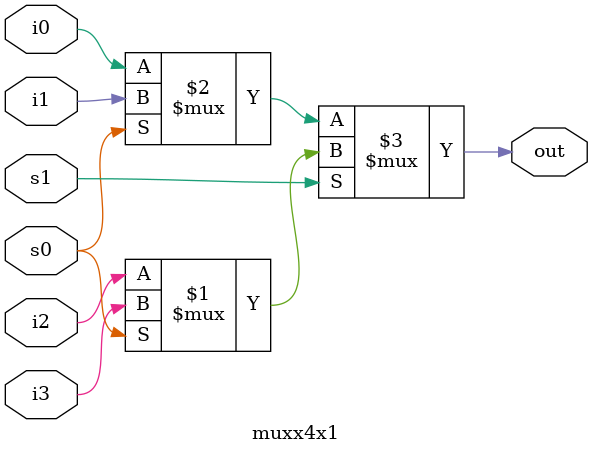
<source format=v>
`timescale 1ns / 1ps
module mux9x1using4x1mux(input i0,i1,i2,i3,i4,i5,i6,i7,i8,input s3,s2,s1,s0,output wire out);
wire t1,t2,t3;
muxx4x1 w5(i0,i1,i2,i3,s1,s0,t1);
muxx4x1 w6(i4,i5,i6,i7,s1,s0,t2);
muuxx2x1 w7(t1,t2,s2,t3);
muuxx2x1 w8(t3,i8,s3,out);
endmodule
module muuxx2x1(input in0,in1,input sel,output out);
assign out=sel?in1:in0;
endmodule
module muxx4x1(input i0,i1,i2,i3,s1,s0,output out);
assign out=s1?(s0?i3:i2):(s0?i1:i0);
endmodule
</source>
